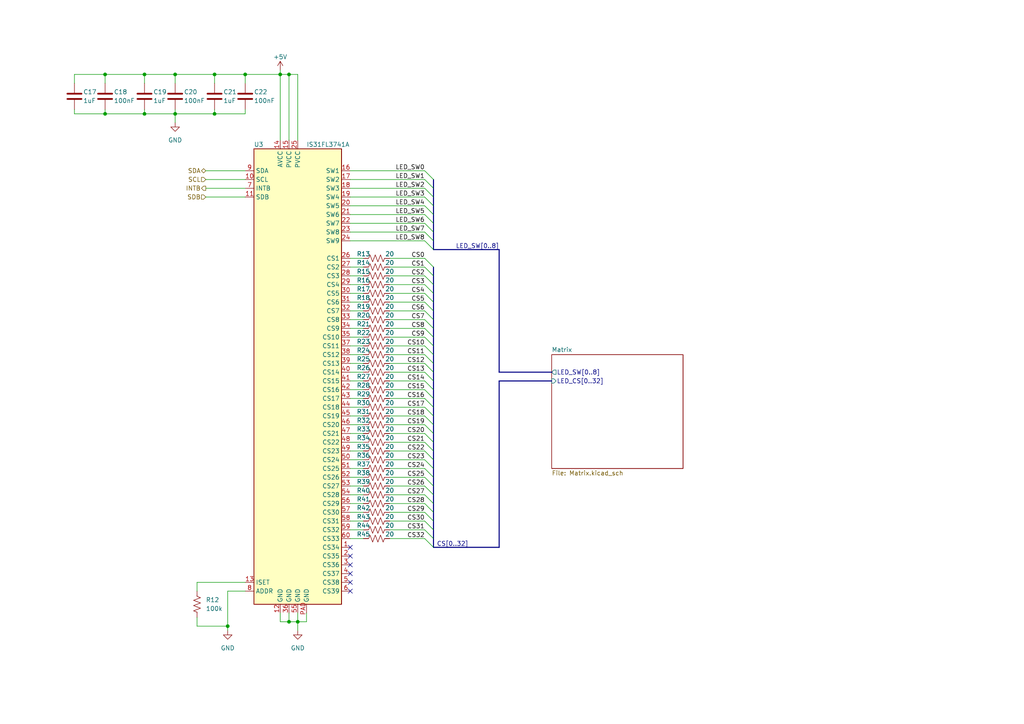
<source format=kicad_sch>
(kicad_sch (version 20211123) (generator eeschema)
  (paper "A4")
  (title_block (title "LED Matrix Input Module - LED Driver") (date "2022-12-18") (company "Framework Computer Inc"))
  (lib_symbols
    (symbol "Device:C" (pin_numbers hide) (pin_names (offset 0.254))
      (property "Reference" "C" (at 0.635 2.54 0))
      (property "Value" "C" (at 0.635 -2.54 0))
      (symbol "C_0_1"
        (polyline (pts (xy -2.032 -0.762) (xy 2.032 -0.762)) (stroke (width 0.508)))
        (polyline (pts (xy -2.032 0.762) (xy 2.032 0.762)) (stroke (width 0.508)))
      )
      (symbol "C_1_1"
        (pin passive line (at 0 3.81 270) (length 2.794) (name "~") (number "1"))
        (pin passive line (at 0 -3.81 90) (length 2.794) (name "~") (number "2"))
      )
    )
    (symbol "Device:R_US" (pin_numbers hide) (pin_names (offset 0))
      (property "Reference" "R" (at 2.54 0 90))
      (property "Value" "R_US" (at -2.54 0 90))
      (symbol "R_US_0_1"
        (polyline (pts (xy 0 -2.286) (xy 0 -2.54)))
        (polyline (pts (xy 0 2.286) (xy 0 2.54)))
        (polyline (pts (xy 0 -0.762) (xy 1.016 -1.143) (xy 0 -1.524) (xy -1.016 -1.905) (xy 0 -2.286)))
        (polyline (pts (xy 0 0.762) (xy 1.016 0.381) (xy 0 0) (xy -1.016 -0.381) (xy 0 -0.762)))
        (polyline (pts (xy 0 2.286) (xy 1.016 1.905) (xy 0 1.524) (xy -1.016 1.143) (xy 0 0.762)))
      )
      (symbol "R_US_1_1"
        (pin passive line (at 0 3.81 270) (length 1.27) (name "~") (number "1"))
        (pin passive line (at 0 -3.81 90) (length 1.27) (name "~") (number "2"))
      )
    )
    (symbol "LEDMatrix:IS31FL3741A"
      (property "Reference" "U" (at -11.43 67.31 0))
      (property "Value" "IS31FL3741A" (at 8.89 67.31 0))
      (symbol "IS31FL3741A_0_1"
        (rectangle (start -12.7 66.04) (end 12.7 -66.04) (stroke (width 0.254)) (fill (type background)))
      )
      (symbol "IS31FL3741A_1_1"
        (pin output line (at 15.24 -49.53 180) (length 2.54) (name "CS34") (number "1"))
        (pin input line (at -15.24 57.15 0) (length 2.54) (name "SCL") (number "10"))
        (pin input line (at -15.24 52.07 0) (length 2.54) (name "SDB") (number "11"))
        (pin power_in line (at -5.08 -68.58 90) (length 2.54) (name "GND") (number "12"))
        (pin input line (at -15.24 -59.69 0) (length 2.54) (name "ISET") (number "13"))
        (pin power_in line (at -5.08 68.58 270) (length 2.54) (name "AVCC") (number "14"))
        (pin power_in line (at -2.54 68.58 270) (length 2.54) (name "PVCC") (number "15"))
        (pin input line (at 15.24 59.69 180) (length 2.54) (name "SW1") (number "16"))
        (pin input line (at 15.24 57.15 180) (length 2.54) (name "SW2") (number "17"))
        (pin input line (at 15.24 54.61 180) (length 2.54) (name "SW3") (number "18"))
        (pin input line (at 15.24 52.07 180) (length 2.54) (name "SW4") (number "19"))
        (pin output line (at 15.24 -52.07 180) (length 2.54) (name "CS35") (number "2"))
        (pin input line (at 15.24 49.53 180) (length 2.54) (name "SW5") (number "20"))
        (pin input line (at 15.24 46.99 180) (length 2.54) (name "SW6") (number "21"))
        (pin input line (at 15.24 44.45 180) (length 2.54) (name "SW7") (number "22"))
        (pin input line (at 15.24 41.91 180) (length 2.54) (name "SW8") (number "23"))
        (pin input line (at 15.24 39.37 180) (length 2.54) (name "SW9") (number "24"))
        (pin power_in line (at 0 68.58 270) (length 2.54) (name "PVCC") (number "25"))
        (pin output line (at 15.24 34.29 180) (length 2.54) (name "CS1") (number "26"))
        (pin output line (at 15.24 31.75 180) (length 2.54) (name "CS2") (number "27"))
        (pin output line (at 15.24 29.21 180) (length 2.54) (name "CS3") (number "28"))
        (pin output line (at 15.24 26.67 180) (length 2.54) (name "CS4") (number "29"))
        (pin output line (at 15.24 -54.61 180) (length 2.54) (name "CS36") (number "3"))
        (pin output line (at 15.24 24.13 180) (length 2.54) (name "CS5") (number "30"))
        (pin output line (at 15.24 21.59 180) (length 2.54) (name "CS6") (number "31"))
        (pin output line (at 15.24 19.05 180) (length 2.54) (name "CS7") (number "32"))
        (pin output line (at 15.24 16.51 180) (length 2.54) (name "CS8") (number "33"))
        (pin output line (at 15.24 13.97 180) (length 2.54) (name "CS9") (number "34"))
        (pin output line (at 15.24 11.43 180) (length 2.54) (name "CS10") (number "35"))
        (pin power_in line (at -2.54 -68.58 90) (length 2.54) (name "GND") (number "36"))
        (pin output line (at 15.24 8.89 180) (length 2.54) (name "CS11") (number "37"))
        (pin output line (at 15.24 6.35 180) (length 2.54) (name "CS12") (number "38"))
        (pin output line (at 15.24 3.81 180) (length 2.54) (name "CS13") (number "39"))
        (pin output line (at 15.24 -57.15 180) (length 2.54) (name "CS37") (number "4"))
        (pin output line (at 15.24 1.27 180) (length 2.54) (name "CS14") (number "40"))
        (pin output line (at 15.24 -1.27 180) (length 2.54) (name "CS15") (number "41"))
        (pin output line (at 15.24 -3.81 180) (length 2.54) (name "CS16") (number "42"))
        (pin output line (at 15.24 -6.35 180) (length 2.54) (name "CS17") (number "43"))
        (pin output line (at 15.24 -8.89 180) (length 2.54) (name "CS18") (number "44"))
        (pin output line (at 15.24 -11.43 180) (length 2.54) (name "CS19") (number "45"))
        (pin output line (at 15.24 -13.97 180) (length 2.54) (name "CS20") (number "46"))
        (pin output line (at 15.24 -16.51 180) (length 2.54) (name "CS21") (number "47"))
        (pin output line (at 15.24 -19.05 180) (length 2.54) (name "CS22") (number "48"))
        (pin output line (at 15.24 -21.59 180) (length 2.54) (name "CS23") (number "49"))
        (pin output line (at 15.24 -59.69 180) (length 2.54) (name "CS38") (number "5"))
        (pin output line (at 15.24 -24.13 180) (length 2.54) (name "CS24") (number "50"))
        (pin output line (at 15.24 -26.67 180) (length 2.54) (name "CS25") (number "51"))
        (pin output line (at 15.24 -29.21 180) (length 2.54) (name "CS26") (number "52"))
        (pin output line (at 15.24 -31.75 180) (length 2.54) (name "CS27") (number "53"))
        (pin output line (at 15.24 -34.29 180) (length 2.54) (name "CS28") (number "54"))
        (pin power_in line (at 0 -68.58 90) (length 2.54) (name "GND") (number "55"))
        (pin output line (at 15.24 -36.83 180) (length 2.54) (name "CS29") (number "56"))
        (pin output line (at 15.24 -39.37 180) (length 2.54) (name "CS30") (number "57"))
        (pin output line (at 15.24 -41.91 180) (length 2.54) (name "CS31") (number "58"))
        (pin output line (at 15.24 -44.45 180) (length 2.54) (name "CS32") (number "59"))
        (pin output line (at 15.24 -62.23 180) (length 2.54) (name "CS39") (number "6"))
        (pin output line (at 15.24 -46.99 180) (length 2.54) (name "CS33") (number "60"))
        (pin open_collector line (at -15.24 54.61 0) (length 2.54) (name "INTB") (number "7"))
        (pin input line (at -15.24 -62.23 0) (length 2.54) (name "ADDR") (number "8"))
        (pin bidirectional line (at -15.24 59.69 0) (length 2.54) (name "SDA") (number "9"))
        (pin power_in line (at 2.54 -68.58 90) (length 2.54) (name "GND") (number "PAD"))
      )
    )
    (symbol "power:+5V" (power) (pin_names (offset 0))
      (property "Value" "+5V" (at 0 3.556 0))
      (symbol "+5V_0_1"
        (polyline (pts (xy -0.762 1.27) (xy 0 2.54)))
        (polyline (pts (xy 0 0) (xy 0 2.54)))
        (polyline (pts (xy 0 2.54) (xy 0.762 1.27)))
      )
      (symbol "+5V_1_1"
        (pin power_in line (at 0 0 90) (length 0) hide (name "+5V") (number "1"))
      )
    )
    (symbol "power:GND" (power) (pin_names (offset 0))
      (property "Value" "GND" (at 0 -3.81 0))
      (symbol "GND_0_1"
        (polyline (pts (xy 0 0) (xy 0 -1.27) (xy 1.27 -1.27) (xy 0 -2.54) (xy -1.27 -1.27) (xy 0 -1.27)))
      )
      (symbol "GND_1_1"
        (pin power_in line (at 0 0 270) (length 0) hide (name "GND") (number "1"))
      )
    )
  )
  (junction (at 41.91 33.02))
  (junction (at 50.8 21.59))
  (junction (at 86.36 180.34))
  (junction (at 62.23 21.59))
  (junction (at 66.04 181.61))
  (junction (at 50.8 33.02))
  (junction (at 41.91 21.59))
  (junction (at 83.82 180.34))
  (junction (at 81.28 21.59))
  (junction (at 83.82 21.59))
  (junction (at 71.12 21.59))
  (junction (at 62.23 33.02))
  (junction (at 30.48 21.59))
  (junction (at 30.48 33.02))
  (no_connect (at 101.6 168.91))
  (no_connect (at 101.6 163.83))
  (no_connect (at 101.6 161.29))
  (no_connect (at 101.6 171.45))
  (no_connect (at 101.6 158.75))
  (no_connect (at 101.6 166.37))
  (bus_entry (at 123.19 133.35) (size 2.54 2.54))
  (bus_entry (at 123.19 62.23) (size 2.54 2.54))
  (bus_entry (at 123.19 92.71) (size 2.54 2.54))
  (bus_entry (at 123.19 128.27) (size 2.54 2.54))
  (bus_entry (at 123.19 59.69) (size 2.54 2.54))
  (bus_entry (at 123.19 95.25) (size 2.54 2.54))
  (bus_entry (at 123.19 69.85) (size 2.54 2.54))
  (bus_entry (at 123.19 105.41) (size 2.54 2.54))
  (bus_entry (at 123.19 115.57) (size 2.54 2.54))
  (bus_entry (at 123.19 143.51) (size 2.54 2.54))
  (bus_entry (at 123.19 90.17) (size 2.54 2.54))
  (bus_entry (at 123.19 87.63) (size 2.54 2.54))
  (bus_entry (at 123.19 82.55) (size 2.54 2.54))
  (bus_entry (at 123.19 49.53) (size 2.54 2.54))
  (bus_entry (at 123.19 80.01) (size 2.54 2.54))
  (bus_entry (at 123.19 52.07) (size 2.54 2.54))
  (bus_entry (at 123.19 54.61) (size 2.54 2.54))
  (bus_entry (at 123.19 64.77) (size 2.54 2.54))
  (bus_entry (at 123.19 107.95) (size 2.54 2.54))
  (bus_entry (at 123.19 125.73) (size 2.54 2.54))
  (bus_entry (at 123.19 97.79) (size 2.54 2.54))
  (bus_entry (at 123.19 156.21) (size 2.54 2.54))
  (bus_entry (at 123.19 140.97) (size 2.54 2.54))
  (bus_entry (at 123.19 77.47) (size 2.54 2.54))
  (bus_entry (at 123.19 113.03) (size 2.54 2.54))
  (bus_entry (at 123.19 146.05) (size 2.54 2.54))
  (bus_entry (at 123.19 100.33) (size 2.54 2.54))
  (bus_entry (at 123.19 118.11) (size 2.54 2.54))
  (bus_entry (at 123.19 135.89) (size 2.54 2.54))
  (bus_entry (at 123.19 153.67) (size 2.54 2.54))
  (bus_entry (at 123.19 148.59) (size 2.54 2.54))
  (bus_entry (at 123.19 130.81) (size 2.54 2.54))
  (bus_entry (at 123.19 74.93) (size 2.54 2.54))
  (bus_entry (at 123.19 123.19) (size 2.54 2.54))
  (bus_entry (at 123.19 120.65) (size 2.54 2.54))
  (bus_entry (at 123.19 57.15) (size 2.54 2.54))
  (bus_entry (at 123.19 151.13) (size 2.54 2.54))
  (bus_entry (at 123.19 138.43) (size 2.54 2.54))
  (bus_entry (at 123.19 110.49) (size 2.54 2.54))
  (bus_entry (at 123.19 67.31) (size 2.54 2.54))
  (bus_entry (at 123.19 85.09) (size 2.54 2.54))
  (bus_entry (at 123.19 102.87) (size 2.54 2.54))
  (wire (pts (xy 101.6 67.31) (xy 123.19 67.31)))
  (wire (pts (xy 101.6 133.35) (xy 105.41 133.35)))
  (bus (pts (xy 125.73 90.17) (xy 125.73 92.71)))
  (wire (pts (xy 21.59 33.02) (xy 30.48 33.02)))
  (bus (pts (xy 125.73 64.77) (xy 125.73 67.31)))
  (wire (pts (xy 113.03 113.03) (xy 123.19 113.03)))
  (wire (pts (xy 50.8 33.02) (xy 50.8 31.75)))
  (wire (pts (xy 101.6 87.63) (xy 105.41 87.63)))
  (bus (pts (xy 125.73 118.11) (xy 125.73 120.65)))
  (wire (pts (xy 101.6 143.51) (xy 105.41 143.51)))
  (wire (pts (xy 50.8 33.02) (xy 62.23 33.02)))
  (bus (pts (xy 125.73 156.21) (xy 125.73 158.75)))
  (wire (pts (xy 101.6 115.57) (xy 105.41 115.57)))
  (bus (pts (xy 125.73 125.73) (xy 125.73 128.27)))
  (wire (pts (xy 101.6 80.01) (xy 105.41 80.01)))
  (wire (pts (xy 59.69 54.61) (xy 71.12 54.61)))
  (wire (pts (xy 101.6 156.21) (xy 105.41 156.21)))
  (wire (pts (xy 101.6 153.67) (xy 105.41 153.67)))
  (wire (pts (xy 30.48 31.75) (xy 30.48 33.02)))
  (wire (pts (xy 101.6 95.25) (xy 105.41 95.25)))
  (wire (pts (xy 113.03 120.65) (xy 123.19 120.65)))
  (wire (pts (xy 62.23 33.02) (xy 71.12 33.02)))
  (bus (pts (xy 125.73 97.79) (xy 125.73 100.33)))
  (wire (pts (xy 113.03 138.43) (xy 123.19 138.43)))
  (bus (pts (xy 125.73 62.23) (xy 125.73 64.77)))
  (bus (pts (xy 125.73 146.05) (xy 125.73 148.59)))
  (wire (pts (xy 113.03 102.87) (xy 123.19 102.87)))
  (wire (pts (xy 86.36 177.8) (xy 86.36 180.34)))
  (wire (pts (xy 113.03 80.01) (xy 123.19 80.01)))
  (wire (pts (xy 101.6 128.27) (xy 105.41 128.27)))
  (wire (pts (xy 59.69 52.07) (xy 71.12 52.07)))
  (bus (pts (xy 125.73 105.41) (xy 125.73 107.95)))
  (bus (pts (xy 125.73 67.31) (xy 125.73 69.85)))
  (wire (pts (xy 113.03 110.49) (xy 123.19 110.49)))
  (wire (pts (xy 57.15 181.61) (xy 66.04 181.61)))
  (wire (pts (xy 57.15 179.07) (xy 57.15 181.61)))
  (wire (pts (xy 62.23 21.59) (xy 71.12 21.59)))
  (wire (pts (xy 101.6 62.23) (xy 123.19 62.23)))
  (wire (pts (xy 101.6 52.07) (xy 123.19 52.07)))
  (wire (pts (xy 50.8 21.59) (xy 50.8 24.13)))
  (wire (pts (xy 30.48 21.59) (xy 30.48 24.13)))
  (wire (pts (xy 71.12 21.59) (xy 71.12 24.13)))
  (wire (pts (xy 113.03 105.41) (xy 123.19 105.41)))
  (wire (pts (xy 101.6 54.61) (xy 123.19 54.61)))
  (wire (pts (xy 113.03 130.81) (xy 123.19 130.81)))
  (wire (pts (xy 66.04 181.61) (xy 66.04 182.88)))
  (bus (pts (xy 125.73 77.47) (xy 125.73 80.01)))
  (wire (pts (xy 101.6 49.53) (xy 123.19 49.53)))
  (bus (pts (xy 125.73 80.01) (xy 125.73 82.55)))
  (bus (pts (xy 125.73 85.09) (xy 125.73 87.63)))
  (wire (pts (xy 21.59 31.75) (xy 21.59 33.02)))
  (wire (pts (xy 50.8 21.59) (xy 62.23 21.59)))
  (bus (pts (xy 125.73 110.49) (xy 125.73 113.03)))
  (wire (pts (xy 62.23 31.75) (xy 62.23 33.02)))
  (bus (pts (xy 125.73 148.59) (xy 125.73 151.13)))
  (wire (pts (xy 113.03 151.13) (xy 123.19 151.13)))
  (bus (pts (xy 144.78 72.39) (xy 144.78 107.95)))
  (wire (pts (xy 41.91 31.75) (xy 41.91 33.02)))
  (wire (pts (xy 81.28 177.8) (xy 81.28 180.34)))
  (bus (pts (xy 144.78 158.75) (xy 144.78 110.49)))
  (wire (pts (xy 101.6 123.19) (xy 105.41 123.19)))
  (wire (pts (xy 113.03 87.63) (xy 123.19 87.63)))
  (wire (pts (xy 71.12 21.59) (xy 81.28 21.59)))
  (wire (pts (xy 113.03 82.55) (xy 123.19 82.55)))
  (wire (pts (xy 71.12 33.02) (xy 71.12 31.75)))
  (bus (pts (xy 125.73 102.87) (xy 125.73 105.41)))
  (wire (pts (xy 81.28 21.59) (xy 81.28 20.32)))
  (bus (pts (xy 125.73 82.55) (xy 125.73 85.09)))
  (wire (pts (xy 59.69 57.15) (xy 71.12 57.15)))
  (wire (pts (xy 41.91 21.59) (xy 41.91 24.13)))
  (bus (pts (xy 125.73 138.43) (xy 125.73 140.97)))
  (bus (pts (xy 125.73 54.61) (xy 125.73 57.15)))
  (wire (pts (xy 101.6 105.41) (xy 105.41 105.41)))
  (bus (pts (xy 125.73 72.39) (xy 144.78 72.39)))
  (wire (pts (xy 113.03 77.47) (xy 123.19 77.47)))
  (wire (pts (xy 101.6 74.93) (xy 105.41 74.93)))
  (wire (pts (xy 113.03 133.35) (xy 123.19 133.35)))
  (bus (pts (xy 125.73 120.65) (xy 125.73 123.19)))
  (bus (pts (xy 125.73 123.19) (xy 125.73 125.73)))
  (wire (pts (xy 86.36 180.34) (xy 83.82 180.34)))
  (bus (pts (xy 125.73 92.71) (xy 125.73 95.25)))
  (wire (pts (xy 113.03 107.95) (xy 123.19 107.95)))
  (wire (pts (xy 101.6 100.33) (xy 105.41 100.33)))
  (bus (pts (xy 125.73 143.51) (xy 125.73 146.05)))
  (wire (pts (xy 113.03 85.09) (xy 123.19 85.09)))
  (wire (pts (xy 113.03 90.17) (xy 123.19 90.17)))
  (wire (pts (xy 101.6 146.05) (xy 105.41 146.05)))
  (wire (pts (xy 101.6 57.15) (xy 123.19 57.15)))
  (wire (pts (xy 113.03 92.71) (xy 123.19 92.71)))
  (bus (pts (xy 125.73 133.35) (xy 125.73 135.89)))
  (bus (pts (xy 125.73 115.57) (xy 125.73 118.11)))
  (bus (pts (xy 144.78 107.95) (xy 160.02 107.95)))
  (wire (pts (xy 101.6 102.87) (xy 105.41 102.87)))
  (bus (pts (xy 125.73 52.07) (xy 125.73 54.61)))
  (wire (pts (xy 101.6 118.11) (xy 105.41 118.11)))
  (bus (pts (xy 125.73 130.81) (xy 125.73 133.35)))
  (wire (pts (xy 113.03 118.11) (xy 123.19 118.11)))
  (bus (pts (xy 125.73 69.85) (xy 125.73 72.39)))
  (wire (pts (xy 113.03 95.25) (xy 123.19 95.25)))
  (wire (pts (xy 101.6 110.49) (xy 105.41 110.49)))
  (wire (pts (xy 113.03 135.89) (xy 123.19 135.89)))
  (wire (pts (xy 66.04 171.45) (xy 66.04 181.61)))
  (wire (pts (xy 101.6 69.85) (xy 123.19 69.85)))
  (wire (pts (xy 71.12 168.91) (xy 57.15 168.91)))
  (wire (pts (xy 83.82 40.64) (xy 83.82 21.59)))
  (wire (pts (xy 88.9 177.8) (xy 88.9 180.34)))
  (wire (pts (xy 101.6 140.97) (xy 105.41 140.97)))
  (wire (pts (xy 101.6 64.77) (xy 123.19 64.77)))
  (wire (pts (xy 81.28 21.59) (xy 81.28 40.64)))
  (wire (pts (xy 113.03 148.59) (xy 123.19 148.59)))
  (bus (pts (xy 125.73 107.95) (xy 125.73 110.49)))
  (wire (pts (xy 113.03 140.97) (xy 123.19 140.97)))
  (wire (pts (xy 113.03 125.73) (xy 123.19 125.73)))
  (wire (pts (xy 83.82 180.34) (xy 83.82 177.8)))
  (wire (pts (xy 101.6 138.43) (xy 105.41 138.43)))
  (wire (pts (xy 101.6 85.09) (xy 105.41 85.09)))
  (wire (pts (xy 101.6 59.69) (xy 123.19 59.69)))
  (wire (pts (xy 113.03 143.51) (xy 123.19 143.51)))
  (wire (pts (xy 101.6 120.65) (xy 105.41 120.65)))
  (wire (pts (xy 113.03 156.21) (xy 123.19 156.21)))
  (bus (pts (xy 125.73 59.69) (xy 125.73 62.23)))
  (wire (pts (xy 101.6 107.95) (xy 105.41 107.95)))
  (wire (pts (xy 71.12 171.45) (xy 66.04 171.45)))
  (wire (pts (xy 101.6 113.03) (xy 105.41 113.03)))
  (bus (pts (xy 125.73 153.67) (xy 125.73 156.21)))
  (wire (pts (xy 86.36 40.64) (xy 86.36 21.59)))
  (wire (pts (xy 30.48 21.59) (xy 41.91 21.59)))
  (bus (pts (xy 125.73 113.03) (xy 125.73 115.57)))
  (bus (pts (xy 125.73 95.25) (xy 125.73 97.79)))
  (wire (pts (xy 113.03 123.19) (xy 123.19 123.19)))
  (wire (pts (xy 21.59 21.59) (xy 30.48 21.59)))
  (wire (pts (xy 88.9 180.34) (xy 86.36 180.34)))
  (wire (pts (xy 113.03 146.05) (xy 123.19 146.05)))
  (wire (pts (xy 57.15 168.91) (xy 57.15 171.45)))
  (bus (pts (xy 125.73 135.89) (xy 125.73 138.43)))
  (wire (pts (xy 113.03 115.57) (xy 123.19 115.57)))
  (bus (pts (xy 125.73 57.15) (xy 125.73 59.69)))
  (wire (pts (xy 101.6 148.59) (xy 105.41 148.59)))
  (wire (pts (xy 101.6 90.17) (xy 105.41 90.17)))
  (wire (pts (xy 101.6 135.89) (xy 105.41 135.89)))
  (wire (pts (xy 101.6 97.79) (xy 105.41 97.79)))
  (wire (pts (xy 101.6 77.47) (xy 105.41 77.47)))
  (wire (pts (xy 113.03 153.67) (xy 123.19 153.67)))
  (wire (pts (xy 113.03 97.79) (xy 123.19 97.79)))
  (wire (pts (xy 101.6 82.55) (xy 105.41 82.55)))
  (wire (pts (xy 81.28 180.34) (xy 83.82 180.34)))
  (wire (pts (xy 86.36 21.59) (xy 83.82 21.59)))
  (wire (pts (xy 83.82 21.59) (xy 81.28 21.59)))
  (bus (pts (xy 125.73 128.27) (xy 125.73 130.81)))
  (bus (pts (xy 144.78 110.49) (xy 160.02 110.49)))
  (wire (pts (xy 101.6 125.73) (xy 105.41 125.73)))
  (bus (pts (xy 125.73 87.63) (xy 125.73 90.17)))
  (bus (pts (xy 125.73 100.33) (xy 125.73 102.87)))
  (bus (pts (xy 125.73 140.97) (xy 125.73 143.51)))
  (bus (pts (xy 125.73 151.13) (xy 125.73 153.67)))
  (wire (pts (xy 50.8 33.02) (xy 50.8 35.56)))
  (wire (pts (xy 113.03 100.33) (xy 123.19 100.33)))
  (wire (pts (xy 41.91 21.59) (xy 50.8 21.59)))
  (wire (pts (xy 101.6 130.81) (xy 105.41 130.81)))
  (wire (pts (xy 113.03 128.27) (xy 123.19 128.27)))
  (wire (pts (xy 21.59 24.13) (xy 21.59 21.59)))
  (wire (pts (xy 30.48 33.02) (xy 41.91 33.02)))
  (bus (pts (xy 125.73 158.75) (xy 144.78 158.75)))
  (wire (pts (xy 101.6 151.13) (xy 105.41 151.13)))
  (wire (pts (xy 101.6 92.71) (xy 105.41 92.71)))
  (wire (pts (xy 41.91 33.02) (xy 50.8 33.02)))
  (wire (pts (xy 62.23 21.59) (xy 62.23 24.13)))
  (wire (pts (xy 59.69 49.53) (xy 71.12 49.53)))
  (wire (pts (xy 86.36 180.34) (xy 86.36 182.88)))
  (wire (pts (xy 113.03 74.93) (xy 123.19 74.93)))
  (label "LED_SW5" (at 123.19 62.23 180))
  (label "LED_SW1" (at 123.19 52.07 180))
  (label "LED_SW4" (at 123.19 59.69 180))
  (label "CS18" (at 123.19 120.65 180))
  (label "CS28" (at 123.19 146.05 180))
  (label "CS29" (at 123.19 148.59 180))
  (label "LED_SW8" (at 123.19 69.85 180))
  (label "CS0" (at 123.19 74.93 180))
  (label "CS30" (at 123.19 151.13 180))
  (label "LED_SW7" (at 123.19 67.31 180))
  (label "CS27" (at 123.19 143.51 180))
  (label "CS25" (at 123.19 138.43 180))
  (label "CS13" (at 123.19 107.95 180))
  (label "LED_SW3" (at 123.19 57.15 180))
  (label "LED_SW0" (at 123.19 49.53 180))
  (label "CS8" (at 123.19 95.25 180))
  (label "LED_SW[0..8]" (at 144.78 72.39 180))
  (label "CS22" (at 123.19 130.81 180))
  (label "CS23" (at 123.19 133.35 180))
  (label "CS9" (at 123.19 97.79 180))
  (label "CS5" (at 123.19 87.63 180))
  (label "CS12" (at 123.19 105.41 180))
  (label "CS26" (at 123.19 140.97 180))
  (label "CS7" (at 123.19 92.71 180))
  (label "CS6" (at 123.19 90.17 180))
  (label "CS1" (at 123.19 77.47 180))
  (label "CS16" (at 123.19 115.57 180))
  (label "LED_SW2" (at 123.19 54.61 180))
  (label "CS17" (at 123.19 118.11 180))
  (label "CS32" (at 123.19 156.21 180))
  (label "CS10" (at 123.19 100.33 180))
  (label "CS2" (at 123.19 80.01 180))
  (label "CS4" (at 123.19 85.09 180))
  (label "CS11" (at 123.19 102.87 180))
  (label "CS31" (at 123.19 153.67 180))
  (label "CS24" (at 123.19 135.89 180))
  (label "CS15" (at 123.19 113.03 180))
  (label "CS20" (at 123.19 125.73 180))
  (label "CS21" (at 123.19 128.27 180))
  (label "CS3" (at 123.19 82.55 180))
  (label "LED_SW6" (at 123.19 64.77 180))
  (label "CS[0..32]" (at 135.89 158.75 180))
  (label "CS14" (at 123.19 110.49 180))
  (label "CS19" (at 123.19 123.19 180))
  (hierarchical_label "SDB" (shape input) (at 59.69 57.15 180))
  (hierarchical_label "INTB" (shape output) (at 59.69 54.61 180))
  (hierarchical_label "SCL" (shape input) (at 59.69 52.07 180))
  (hierarchical_label "SDA" (shape bidirectional) (at 59.69 49.53 180))
  (symbol (lib_id "Device:R_US") (at 57.15 175.26 0) (unit 1)
    (property "Reference" "R12" (at 59.69 173.9899 0) (effects (justify left)))
    (property "Value" "100k" (at 59.69 176.5299 0) (effects (justify left)))
  )
  (symbol (lib_id "Device:R_US") (at 109.22 148.59 90) (unit 1)
    (property "Reference" "R42" (at 105.41 147.32 90))
    (property "Value" "20" (at 113.03 147.32 90))
  )
  (symbol (lib_id "Device:R_US") (at 109.22 87.63 90) (unit 1)
    (property "Reference" "R18" (at 105.41 86.36 90))
    (property "Value" "20" (at 113.03 86.36 90))
  )
  (symbol (lib_id "Device:R_US") (at 109.22 92.71 90) (unit 1)
    (property "Reference" "R20" (at 105.41 91.44 90))
    (property "Value" "20" (at 113.03 91.44 90))
  )
  (symbol (lib_id "Device:R_US") (at 109.22 74.93 90) (unit 1)
    (property "Reference" "R13" (at 105.41 73.66 90))
    (property "Value" "20" (at 113.03 73.66 90))
  )
  (symbol (lib_id "Device:C") (at 30.48 27.94 0) (unit 1)
    (property "Reference" "C18" (at 33.02 26.67 0) (effects (justify left)))
    (property "Value" "100nF" (at 33.02 29.21 0) (effects (justify left)))
  )
  (symbol (lib_id "power:GND") (at 50.8 35.56 0) (unit 1)
    (property "Reference" "#PWR028" (effects hide))
    (property "Value" "GND" (at 50.8 40.64 0))
  )
  (symbol (lib_id "Device:R_US") (at 109.22 82.55 90) (unit 1)
    (property "Reference" "R16" (at 105.41 81.28 90))
    (property "Value" "20" (at 113.03 81.28 90))
  )
  (symbol (lib_id "Device:R_US") (at 109.22 95.25 90) (unit 1)
    (property "Reference" "R21" (at 105.41 93.98 90))
    (property "Value" "20" (at 113.03 93.98 90))
  )
  (symbol (lib_id "Device:R_US") (at 109.22 151.13 90) (unit 1)
    (property "Reference" "R43" (at 105.41 149.86 90))
    (property "Value" "20" (at 113.03 149.86 90))
  )
  (symbol (lib_id "Device:R_US") (at 109.22 105.41 90) (unit 1)
    (property "Reference" "R25" (at 105.41 104.14 90))
    (property "Value" "20" (at 113.03 104.14 90))
  )
  (symbol (lib_id "Device:R_US") (at 109.22 85.09 90) (unit 1)
    (property "Reference" "R17" (at 105.41 83.82 90))
    (property "Value" "20" (at 113.03 83.82 90))
  )
  (symbol (lib_id "Device:R_US") (at 109.22 100.33 90) (unit 1)
    (property "Reference" "R23" (at 105.41 99.06 90))
    (property "Value" "20" (at 113.03 99.06 90))
  )
  (symbol (lib_id "Device:C") (at 21.59 27.94 0) (unit 1)
    (property "Reference" "C17" (at 24.13 26.67 0) (effects (justify left)))
    (property "Value" "1uF" (at 24.13 29.21 0) (effects (justify left)))
  )
  (symbol (lib_id "power:GND") (at 86.36 182.88 0) (unit 1)
    (property "Reference" "#PWR031" (effects hide))
    (property "Value" "GND" (at 86.36 187.96 0))
  )
  (symbol (lib_id "Device:R_US") (at 109.22 130.81 90) (unit 1)
    (property "Reference" "R35" (at 105.41 129.54 90))
    (property "Value" "20" (at 113.03 129.54 90))
  )
  (symbol (lib_id "Device:R_US") (at 109.22 133.35 90) (unit 1)
    (property "Reference" "R36" (at 105.41 132.08 90))
    (property "Value" "20" (at 113.03 132.08 90))
  )
  (symbol (lib_id "power:GND") (at 66.04 182.88 0) (unit 1)
    (property "Reference" "#PWR029" (effects hide))
    (property "Value" "GND" (at 66.04 187.96 0))
  )
  (symbol (lib_id "Device:R_US") (at 109.22 146.05 90) (unit 1)
    (property "Reference" "R41" (at 105.41 144.78 90))
    (property "Value" "20" (at 113.03 144.78 90))
  )
  (symbol (lib_id "Device:R_US") (at 109.22 156.21 90) (unit 1)
    (property "Reference" "R45" (at 105.41 154.94 90))
    (property "Value" "20" (at 113.03 154.94 90))
  )
  (symbol (lib_id "Device:R_US") (at 109.22 123.19 90) (unit 1)
    (property "Reference" "R32" (at 105.41 121.92 90))
    (property "Value" "20" (at 113.03 121.92 90))
  )
  (symbol (lib_id "LEDMatrix:IS31FL3741A") (at 86.36 109.22 0) (unit 1)
    (property "Reference" "U3" (at 73.66 41.91 0) (effects (justify left)))
    (property "Value" "IS31FL3741A" (at 88.9 41.91 0) (effects (justify left)))
    (property "Datasheet" "https://www.lumissil.com/assets/pdf/core/IS31FL3741A_DS.pdf" (effects hide))
  )
  (symbol (lib_id "Device:R_US") (at 109.22 115.57 90) (unit 1)
    (property "Reference" "R29" (at 105.41 114.3 90))
    (property "Value" "20" (at 113.03 114.3 90))
  )
  (symbol (lib_id "Device:R_US") (at 109.22 143.51 90) (unit 1)
    (property "Reference" "R40" (at 105.41 142.24 90))
    (property "Value" "20" (at 113.03 142.24 90))
  )
  (symbol (lib_id "Device:R_US") (at 109.22 140.97 90) (unit 1)
    (property "Reference" "R39" (at 105.41 139.7 90))
    (property "Value" "20" (at 113.03 139.7 90))
  )
  (symbol (lib_id "Device:R_US") (at 109.22 102.87 90) (unit 1)
    (property "Reference" "R24" (at 105.41 101.6 90))
    (property "Value" "20" (at 113.03 101.6 90))
  )
  (symbol (lib_id "Device:R_US") (at 109.22 153.67 90) (unit 1)
    (property "Reference" "R44" (at 105.41 152.4 90))
    (property "Value" "20" (at 113.03 152.4 90))
  )
  (symbol (lib_id "Device:R_US") (at 109.22 128.27 90) (unit 1)
    (property "Reference" "R34" (at 105.41 127 90))
    (property "Value" "20" (at 113.03 127 90))
  )
  (symbol (lib_id "Device:R_US") (at 109.22 107.95 90) (unit 1)
    (property "Reference" "R26" (at 105.41 106.68 90))
    (property "Value" "20" (at 113.03 106.68 90))
  )
  (symbol (lib_id "Device:R_US") (at 109.22 118.11 90) (unit 1)
    (property "Reference" "R30" (at 105.41 116.84 90))
    (property "Value" "20" (at 113.03 116.84 90))
  )
  (symbol (lib_id "power:+5V") (at 81.28 20.32 0) (unit 1)
    (property "Reference" "#PWR030" (effects hide))
    (property "Value" "+5V" (at 81.28 16.51 0))
  )
  (symbol (lib_id "Device:R_US") (at 109.22 77.47 90) (unit 1)
    (property "Reference" "R14" (at 105.41 76.2 90))
    (property "Value" "20" (at 113.03 76.2 90))
  )
  (symbol (lib_id "Device:R_US") (at 109.22 125.73 90) (unit 1)
    (property "Reference" "R33" (at 105.41 124.46 90))
    (property "Value" "20" (at 113.03 124.46 90))
  )
  (symbol (lib_id "Device:R_US") (at 109.22 113.03 90) (unit 1)
    (property "Reference" "R28" (at 105.41 111.76 90))
    (property "Value" "20" (at 113.03 111.76 90))
  )
  (symbol (lib_id "Device:R_US") (at 109.22 80.01 90) (unit 1)
    (property "Reference" "R15" (at 105.41 78.74 90))
    (property "Value" "20" (at 113.03 78.74 90))
  )
  (symbol (lib_id "Device:R_US") (at 109.22 120.65 90) (unit 1)
    (property "Reference" "R31" (at 105.41 119.38 90))
    (property "Value" "20" (at 113.03 119.38 90))
  )
  (symbol (lib_id "Device:C") (at 50.8 27.94 0) (unit 1)
    (property "Reference" "C20" (at 53.34 26.67 0) (effects (justify left)))
    (property "Value" "100nF" (at 53.34 29.21 0) (effects (justify left)))
  )
  (symbol (lib_id "Device:C") (at 41.91 27.94 0) (unit 1)
    (property "Reference" "C19" (at 44.45 26.67 0) (effects (justify left)))
    (property "Value" "1uF" (at 44.45 29.21 0) (effects (justify left)))
  )
  (symbol (lib_id "Device:C") (at 62.23 27.94 0) (unit 1)
    (property "Reference" "C21" (at 64.77 26.67 0) (effects (justify left)))
    (property "Value" "1uF" (at 64.77 29.21 0) (effects (justify left)))
  )
  (symbol (lib_id "Device:R_US") (at 109.22 135.89 90) (unit 1)
    (property "Reference" "R37" (at 105.41 134.62 90))
    (property "Value" "20" (at 113.03 134.62 90))
  )
  (symbol (lib_id "Device:R_US") (at 109.22 90.17 90) (unit 1)
    (property "Reference" "R19" (at 105.41 88.9 90))
    (property "Value" "20" (at 113.03 88.9 90))
  )
  (symbol (lib_id "Device:R_US") (at 109.22 110.49 90) (unit 1)
    (property "Reference" "R27" (at 105.41 109.22 90))
    (property "Value" "20" (at 113.03 109.22 90))
  )
  (symbol (lib_id "Device:R_US") (at 109.22 138.43 90) (unit 1)
    (property "Reference" "R38" (at 105.41 137.16 90))
    (property "Value" "20" (at 113.03 137.16 90))
  )
  (symbol (lib_id "Device:R_US") (at 109.22 97.79 90) (unit 1)
    (property "Reference" "R22" (at 105.41 96.52 90))
    (property "Value" "20" (at 113.03 96.52 90))
  )
  (symbol (lib_id "Device:C") (at 71.12 27.94 0) (unit 1)
    (property "Reference" "C22" (at 73.66 26.67 0) (effects (justify left)))
    (property "Value" "100nF" (at 73.66 29.21 0) (effects (justify left)))
  )
  (sheet (at 160.02 102.87) (size 38.1 33.02) (stroke (width 0.1524))
    (property "Sheet name" "Matrix" (at 160.02 102.1584 0) (effects (justify left bottom)))
    (property "Sheet file" "Matrix.kicad_sch" (at 160.02 136.4746 0) (effects (justify left top)))
    (pin "LED_SW[0..8]" output (at 160.02 107.95 180))
    (pin "LED_CS[0..32]" input (at 160.02 110.49 180))
  )
)
</source>
